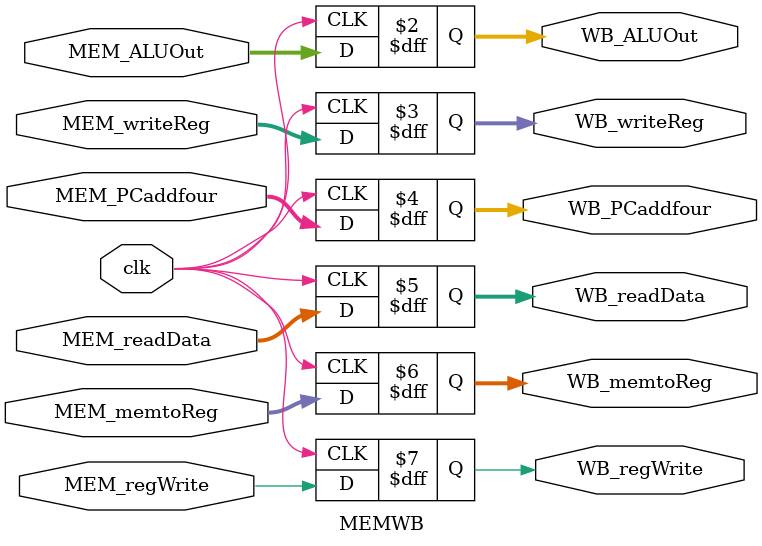
<source format=v>
module MEMWB(
    input clk,
    input [31:0] MEM_ALUOut,
    input [4:0] MEM_writeReg,
    input [31:0] MEM_PCaddfour,
    input [31:0] MEM_readData, 

    output reg [31:0] WB_ALUOut,
    output reg [4:0] WB_writeReg,
    output reg [31:0] WB_PCaddfour,
    output reg [31:0] WB_readData,
    
    input [1:0] MEM_memtoReg, 
    input MEM_regWrite,

    output reg [1:0] WB_memtoReg,    
    output reg WB_regWrite
);
  
    always @(posedge clk) begin
        WB_ALUOut <= MEM_ALUOut;
        WB_writeReg <= MEM_writeReg;
        WB_PCaddfour <= MEM_PCaddfour;
        WB_readData <= MEM_readData;

        WB_memtoReg <= MEM_memtoReg;
        WB_regWrite <= MEM_regWrite;
    end

endmodule

</source>
